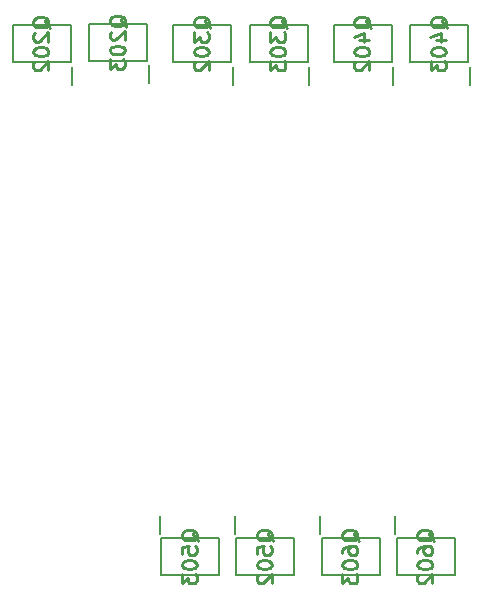
<source format=gbr>
%TF.GenerationSoftware,KiCad,Pcbnew,7.0.11*%
%TF.CreationDate,2025-11-07T14:33:39+09:00*%
%TF.ProjectId,motorDrive,6d6f746f-7244-4726-9976-652e6b696361,rev?*%
%TF.SameCoordinates,Original*%
%TF.FileFunction,Legend,Bot*%
%TF.FilePolarity,Positive*%
%FSLAX46Y46*%
G04 Gerber Fmt 4.6, Leading zero omitted, Abs format (unit mm)*
G04 Created by KiCad (PCBNEW 7.0.11) date 2025-11-07 14:33:39*
%MOMM*%
%LPD*%
G01*
G04 APERTURE LIST*
%ADD10C,0.254000*%
%ADD11C,0.200000*%
G04 APERTURE END LIST*
D10*
X130743270Y-95951523D02*
X130682794Y-95830571D01*
X130682794Y-95830571D02*
X130561842Y-95709618D01*
X130561842Y-95709618D02*
X130380413Y-95528190D01*
X130380413Y-95528190D02*
X130319937Y-95407237D01*
X130319937Y-95407237D02*
X130319937Y-95286285D01*
X130622318Y-95346761D02*
X130561842Y-95225809D01*
X130561842Y-95225809D02*
X130440889Y-95104856D01*
X130440889Y-95104856D02*
X130198984Y-95044380D01*
X130198984Y-95044380D02*
X129775651Y-95044380D01*
X129775651Y-95044380D02*
X129533746Y-95104856D01*
X129533746Y-95104856D02*
X129412794Y-95225809D01*
X129412794Y-95225809D02*
X129352318Y-95346761D01*
X129352318Y-95346761D02*
X129352318Y-95588666D01*
X129352318Y-95588666D02*
X129412794Y-95709618D01*
X129412794Y-95709618D02*
X129533746Y-95830571D01*
X129533746Y-95830571D02*
X129775651Y-95891047D01*
X129775651Y-95891047D02*
X130198984Y-95891047D01*
X130198984Y-95891047D02*
X130440889Y-95830571D01*
X130440889Y-95830571D02*
X130561842Y-95709618D01*
X130561842Y-95709618D02*
X130622318Y-95588666D01*
X130622318Y-95588666D02*
X130622318Y-95346761D01*
X129352318Y-97040094D02*
X129352318Y-96435332D01*
X129352318Y-96435332D02*
X129957080Y-96374856D01*
X129957080Y-96374856D02*
X129896603Y-96435332D01*
X129896603Y-96435332D02*
X129836127Y-96556285D01*
X129836127Y-96556285D02*
X129836127Y-96858666D01*
X129836127Y-96858666D02*
X129896603Y-96979618D01*
X129896603Y-96979618D02*
X129957080Y-97040094D01*
X129957080Y-97040094D02*
X130078032Y-97100571D01*
X130078032Y-97100571D02*
X130380413Y-97100571D01*
X130380413Y-97100571D02*
X130501365Y-97040094D01*
X130501365Y-97040094D02*
X130561842Y-96979618D01*
X130561842Y-96979618D02*
X130622318Y-96858666D01*
X130622318Y-96858666D02*
X130622318Y-96556285D01*
X130622318Y-96556285D02*
X130561842Y-96435332D01*
X130561842Y-96435332D02*
X130501365Y-96374856D01*
X129352318Y-97886761D02*
X129352318Y-98007714D01*
X129352318Y-98007714D02*
X129412794Y-98128666D01*
X129412794Y-98128666D02*
X129473270Y-98189142D01*
X129473270Y-98189142D02*
X129594222Y-98249618D01*
X129594222Y-98249618D02*
X129836127Y-98310095D01*
X129836127Y-98310095D02*
X130138508Y-98310095D01*
X130138508Y-98310095D02*
X130380413Y-98249618D01*
X130380413Y-98249618D02*
X130501365Y-98189142D01*
X130501365Y-98189142D02*
X130561842Y-98128666D01*
X130561842Y-98128666D02*
X130622318Y-98007714D01*
X130622318Y-98007714D02*
X130622318Y-97886761D01*
X130622318Y-97886761D02*
X130561842Y-97765809D01*
X130561842Y-97765809D02*
X130501365Y-97705333D01*
X130501365Y-97705333D02*
X130380413Y-97644856D01*
X130380413Y-97644856D02*
X130138508Y-97584380D01*
X130138508Y-97584380D02*
X129836127Y-97584380D01*
X129836127Y-97584380D02*
X129594222Y-97644856D01*
X129594222Y-97644856D02*
X129473270Y-97705333D01*
X129473270Y-97705333D02*
X129412794Y-97765809D01*
X129412794Y-97765809D02*
X129352318Y-97886761D01*
X129352318Y-98733428D02*
X129352318Y-99519619D01*
X129352318Y-99519619D02*
X129836127Y-99096285D01*
X129836127Y-99096285D02*
X129836127Y-99277714D01*
X129836127Y-99277714D02*
X129896603Y-99398666D01*
X129896603Y-99398666D02*
X129957080Y-99459142D01*
X129957080Y-99459142D02*
X130078032Y-99519619D01*
X130078032Y-99519619D02*
X130380413Y-99519619D01*
X130380413Y-99519619D02*
X130501365Y-99459142D01*
X130501365Y-99459142D02*
X130561842Y-99398666D01*
X130561842Y-99398666D02*
X130622318Y-99277714D01*
X130622318Y-99277714D02*
X130622318Y-98914857D01*
X130622318Y-98914857D02*
X130561842Y-98793904D01*
X130561842Y-98793904D02*
X130501365Y-98733428D01*
X124647270Y-52390523D02*
X124586794Y-52269571D01*
X124586794Y-52269571D02*
X124465842Y-52148618D01*
X124465842Y-52148618D02*
X124284413Y-51967190D01*
X124284413Y-51967190D02*
X124223937Y-51846237D01*
X124223937Y-51846237D02*
X124223937Y-51725285D01*
X124526318Y-51785761D02*
X124465842Y-51664809D01*
X124465842Y-51664809D02*
X124344889Y-51543856D01*
X124344889Y-51543856D02*
X124102984Y-51483380D01*
X124102984Y-51483380D02*
X123679651Y-51483380D01*
X123679651Y-51483380D02*
X123437746Y-51543856D01*
X123437746Y-51543856D02*
X123316794Y-51664809D01*
X123316794Y-51664809D02*
X123256318Y-51785761D01*
X123256318Y-51785761D02*
X123256318Y-52027666D01*
X123256318Y-52027666D02*
X123316794Y-52148618D01*
X123316794Y-52148618D02*
X123437746Y-52269571D01*
X123437746Y-52269571D02*
X123679651Y-52330047D01*
X123679651Y-52330047D02*
X124102984Y-52330047D01*
X124102984Y-52330047D02*
X124344889Y-52269571D01*
X124344889Y-52269571D02*
X124465842Y-52148618D01*
X124465842Y-52148618D02*
X124526318Y-52027666D01*
X124526318Y-52027666D02*
X124526318Y-51785761D01*
X123377270Y-52813856D02*
X123316794Y-52874332D01*
X123316794Y-52874332D02*
X123256318Y-52995285D01*
X123256318Y-52995285D02*
X123256318Y-53297666D01*
X123256318Y-53297666D02*
X123316794Y-53418618D01*
X123316794Y-53418618D02*
X123377270Y-53479094D01*
X123377270Y-53479094D02*
X123498222Y-53539571D01*
X123498222Y-53539571D02*
X123619175Y-53539571D01*
X123619175Y-53539571D02*
X123800603Y-53479094D01*
X123800603Y-53479094D02*
X124526318Y-52753380D01*
X124526318Y-52753380D02*
X124526318Y-53539571D01*
X123256318Y-54325761D02*
X123256318Y-54446714D01*
X123256318Y-54446714D02*
X123316794Y-54567666D01*
X123316794Y-54567666D02*
X123377270Y-54628142D01*
X123377270Y-54628142D02*
X123498222Y-54688618D01*
X123498222Y-54688618D02*
X123740127Y-54749095D01*
X123740127Y-54749095D02*
X124042508Y-54749095D01*
X124042508Y-54749095D02*
X124284413Y-54688618D01*
X124284413Y-54688618D02*
X124405365Y-54628142D01*
X124405365Y-54628142D02*
X124465842Y-54567666D01*
X124465842Y-54567666D02*
X124526318Y-54446714D01*
X124526318Y-54446714D02*
X124526318Y-54325761D01*
X124526318Y-54325761D02*
X124465842Y-54204809D01*
X124465842Y-54204809D02*
X124405365Y-54144333D01*
X124405365Y-54144333D02*
X124284413Y-54083856D01*
X124284413Y-54083856D02*
X124042508Y-54023380D01*
X124042508Y-54023380D02*
X123740127Y-54023380D01*
X123740127Y-54023380D02*
X123498222Y-54083856D01*
X123498222Y-54083856D02*
X123377270Y-54144333D01*
X123377270Y-54144333D02*
X123316794Y-54204809D01*
X123316794Y-54204809D02*
X123256318Y-54325761D01*
X123256318Y-55172428D02*
X123256318Y-55958619D01*
X123256318Y-55958619D02*
X123740127Y-55535285D01*
X123740127Y-55535285D02*
X123740127Y-55716714D01*
X123740127Y-55716714D02*
X123800603Y-55837666D01*
X123800603Y-55837666D02*
X123861080Y-55898142D01*
X123861080Y-55898142D02*
X123982032Y-55958619D01*
X123982032Y-55958619D02*
X124284413Y-55958619D01*
X124284413Y-55958619D02*
X124405365Y-55898142D01*
X124405365Y-55898142D02*
X124465842Y-55837666D01*
X124465842Y-55837666D02*
X124526318Y-55716714D01*
X124526318Y-55716714D02*
X124526318Y-55353857D01*
X124526318Y-55353857D02*
X124465842Y-55232904D01*
X124465842Y-55232904D02*
X124405365Y-55172428D01*
X138236270Y-52517523D02*
X138175794Y-52396571D01*
X138175794Y-52396571D02*
X138054842Y-52275618D01*
X138054842Y-52275618D02*
X137873413Y-52094190D01*
X137873413Y-52094190D02*
X137812937Y-51973237D01*
X137812937Y-51973237D02*
X137812937Y-51852285D01*
X138115318Y-51912761D02*
X138054842Y-51791809D01*
X138054842Y-51791809D02*
X137933889Y-51670856D01*
X137933889Y-51670856D02*
X137691984Y-51610380D01*
X137691984Y-51610380D02*
X137268651Y-51610380D01*
X137268651Y-51610380D02*
X137026746Y-51670856D01*
X137026746Y-51670856D02*
X136905794Y-51791809D01*
X136905794Y-51791809D02*
X136845318Y-51912761D01*
X136845318Y-51912761D02*
X136845318Y-52154666D01*
X136845318Y-52154666D02*
X136905794Y-52275618D01*
X136905794Y-52275618D02*
X137026746Y-52396571D01*
X137026746Y-52396571D02*
X137268651Y-52457047D01*
X137268651Y-52457047D02*
X137691984Y-52457047D01*
X137691984Y-52457047D02*
X137933889Y-52396571D01*
X137933889Y-52396571D02*
X138054842Y-52275618D01*
X138054842Y-52275618D02*
X138115318Y-52154666D01*
X138115318Y-52154666D02*
X138115318Y-51912761D01*
X136845318Y-52880380D02*
X136845318Y-53666571D01*
X136845318Y-53666571D02*
X137329127Y-53243237D01*
X137329127Y-53243237D02*
X137329127Y-53424666D01*
X137329127Y-53424666D02*
X137389603Y-53545618D01*
X137389603Y-53545618D02*
X137450080Y-53606094D01*
X137450080Y-53606094D02*
X137571032Y-53666571D01*
X137571032Y-53666571D02*
X137873413Y-53666571D01*
X137873413Y-53666571D02*
X137994365Y-53606094D01*
X137994365Y-53606094D02*
X138054842Y-53545618D01*
X138054842Y-53545618D02*
X138115318Y-53424666D01*
X138115318Y-53424666D02*
X138115318Y-53061809D01*
X138115318Y-53061809D02*
X138054842Y-52940856D01*
X138054842Y-52940856D02*
X137994365Y-52880380D01*
X136845318Y-54452761D02*
X136845318Y-54573714D01*
X136845318Y-54573714D02*
X136905794Y-54694666D01*
X136905794Y-54694666D02*
X136966270Y-54755142D01*
X136966270Y-54755142D02*
X137087222Y-54815618D01*
X137087222Y-54815618D02*
X137329127Y-54876095D01*
X137329127Y-54876095D02*
X137631508Y-54876095D01*
X137631508Y-54876095D02*
X137873413Y-54815618D01*
X137873413Y-54815618D02*
X137994365Y-54755142D01*
X137994365Y-54755142D02*
X138054842Y-54694666D01*
X138054842Y-54694666D02*
X138115318Y-54573714D01*
X138115318Y-54573714D02*
X138115318Y-54452761D01*
X138115318Y-54452761D02*
X138054842Y-54331809D01*
X138054842Y-54331809D02*
X137994365Y-54271333D01*
X137994365Y-54271333D02*
X137873413Y-54210856D01*
X137873413Y-54210856D02*
X137631508Y-54150380D01*
X137631508Y-54150380D02*
X137329127Y-54150380D01*
X137329127Y-54150380D02*
X137087222Y-54210856D01*
X137087222Y-54210856D02*
X136966270Y-54271333D01*
X136966270Y-54271333D02*
X136905794Y-54331809D01*
X136905794Y-54331809D02*
X136845318Y-54452761D01*
X136845318Y-55299428D02*
X136845318Y-56085619D01*
X136845318Y-56085619D02*
X137329127Y-55662285D01*
X137329127Y-55662285D02*
X137329127Y-55843714D01*
X137329127Y-55843714D02*
X137389603Y-55964666D01*
X137389603Y-55964666D02*
X137450080Y-56025142D01*
X137450080Y-56025142D02*
X137571032Y-56085619D01*
X137571032Y-56085619D02*
X137873413Y-56085619D01*
X137873413Y-56085619D02*
X137994365Y-56025142D01*
X137994365Y-56025142D02*
X138054842Y-55964666D01*
X138054842Y-55964666D02*
X138115318Y-55843714D01*
X138115318Y-55843714D02*
X138115318Y-55480857D01*
X138115318Y-55480857D02*
X138054842Y-55359904D01*
X138054842Y-55359904D02*
X137994365Y-55299428D01*
X131759270Y-52517523D02*
X131698794Y-52396571D01*
X131698794Y-52396571D02*
X131577842Y-52275618D01*
X131577842Y-52275618D02*
X131396413Y-52094190D01*
X131396413Y-52094190D02*
X131335937Y-51973237D01*
X131335937Y-51973237D02*
X131335937Y-51852285D01*
X131638318Y-51912761D02*
X131577842Y-51791809D01*
X131577842Y-51791809D02*
X131456889Y-51670856D01*
X131456889Y-51670856D02*
X131214984Y-51610380D01*
X131214984Y-51610380D02*
X130791651Y-51610380D01*
X130791651Y-51610380D02*
X130549746Y-51670856D01*
X130549746Y-51670856D02*
X130428794Y-51791809D01*
X130428794Y-51791809D02*
X130368318Y-51912761D01*
X130368318Y-51912761D02*
X130368318Y-52154666D01*
X130368318Y-52154666D02*
X130428794Y-52275618D01*
X130428794Y-52275618D02*
X130549746Y-52396571D01*
X130549746Y-52396571D02*
X130791651Y-52457047D01*
X130791651Y-52457047D02*
X131214984Y-52457047D01*
X131214984Y-52457047D02*
X131456889Y-52396571D01*
X131456889Y-52396571D02*
X131577842Y-52275618D01*
X131577842Y-52275618D02*
X131638318Y-52154666D01*
X131638318Y-52154666D02*
X131638318Y-51912761D01*
X130368318Y-52880380D02*
X130368318Y-53666571D01*
X130368318Y-53666571D02*
X130852127Y-53243237D01*
X130852127Y-53243237D02*
X130852127Y-53424666D01*
X130852127Y-53424666D02*
X130912603Y-53545618D01*
X130912603Y-53545618D02*
X130973080Y-53606094D01*
X130973080Y-53606094D02*
X131094032Y-53666571D01*
X131094032Y-53666571D02*
X131396413Y-53666571D01*
X131396413Y-53666571D02*
X131517365Y-53606094D01*
X131517365Y-53606094D02*
X131577842Y-53545618D01*
X131577842Y-53545618D02*
X131638318Y-53424666D01*
X131638318Y-53424666D02*
X131638318Y-53061809D01*
X131638318Y-53061809D02*
X131577842Y-52940856D01*
X131577842Y-52940856D02*
X131517365Y-52880380D01*
X130368318Y-54452761D02*
X130368318Y-54573714D01*
X130368318Y-54573714D02*
X130428794Y-54694666D01*
X130428794Y-54694666D02*
X130489270Y-54755142D01*
X130489270Y-54755142D02*
X130610222Y-54815618D01*
X130610222Y-54815618D02*
X130852127Y-54876095D01*
X130852127Y-54876095D02*
X131154508Y-54876095D01*
X131154508Y-54876095D02*
X131396413Y-54815618D01*
X131396413Y-54815618D02*
X131517365Y-54755142D01*
X131517365Y-54755142D02*
X131577842Y-54694666D01*
X131577842Y-54694666D02*
X131638318Y-54573714D01*
X131638318Y-54573714D02*
X131638318Y-54452761D01*
X131638318Y-54452761D02*
X131577842Y-54331809D01*
X131577842Y-54331809D02*
X131517365Y-54271333D01*
X131517365Y-54271333D02*
X131396413Y-54210856D01*
X131396413Y-54210856D02*
X131154508Y-54150380D01*
X131154508Y-54150380D02*
X130852127Y-54150380D01*
X130852127Y-54150380D02*
X130610222Y-54210856D01*
X130610222Y-54210856D02*
X130489270Y-54271333D01*
X130489270Y-54271333D02*
X130428794Y-54331809D01*
X130428794Y-54331809D02*
X130368318Y-54452761D01*
X130489270Y-55359904D02*
X130428794Y-55420380D01*
X130428794Y-55420380D02*
X130368318Y-55541333D01*
X130368318Y-55541333D02*
X130368318Y-55843714D01*
X130368318Y-55843714D02*
X130428794Y-55964666D01*
X130428794Y-55964666D02*
X130489270Y-56025142D01*
X130489270Y-56025142D02*
X130610222Y-56085619D01*
X130610222Y-56085619D02*
X130731175Y-56085619D01*
X130731175Y-56085619D02*
X130912603Y-56025142D01*
X130912603Y-56025142D02*
X131638318Y-55299428D01*
X131638318Y-55299428D02*
X131638318Y-56085619D01*
X118170270Y-52517523D02*
X118109794Y-52396571D01*
X118109794Y-52396571D02*
X117988842Y-52275618D01*
X117988842Y-52275618D02*
X117807413Y-52094190D01*
X117807413Y-52094190D02*
X117746937Y-51973237D01*
X117746937Y-51973237D02*
X117746937Y-51852285D01*
X118049318Y-51912761D02*
X117988842Y-51791809D01*
X117988842Y-51791809D02*
X117867889Y-51670856D01*
X117867889Y-51670856D02*
X117625984Y-51610380D01*
X117625984Y-51610380D02*
X117202651Y-51610380D01*
X117202651Y-51610380D02*
X116960746Y-51670856D01*
X116960746Y-51670856D02*
X116839794Y-51791809D01*
X116839794Y-51791809D02*
X116779318Y-51912761D01*
X116779318Y-51912761D02*
X116779318Y-52154666D01*
X116779318Y-52154666D02*
X116839794Y-52275618D01*
X116839794Y-52275618D02*
X116960746Y-52396571D01*
X116960746Y-52396571D02*
X117202651Y-52457047D01*
X117202651Y-52457047D02*
X117625984Y-52457047D01*
X117625984Y-52457047D02*
X117867889Y-52396571D01*
X117867889Y-52396571D02*
X117988842Y-52275618D01*
X117988842Y-52275618D02*
X118049318Y-52154666D01*
X118049318Y-52154666D02*
X118049318Y-51912761D01*
X116900270Y-52940856D02*
X116839794Y-53001332D01*
X116839794Y-53001332D02*
X116779318Y-53122285D01*
X116779318Y-53122285D02*
X116779318Y-53424666D01*
X116779318Y-53424666D02*
X116839794Y-53545618D01*
X116839794Y-53545618D02*
X116900270Y-53606094D01*
X116900270Y-53606094D02*
X117021222Y-53666571D01*
X117021222Y-53666571D02*
X117142175Y-53666571D01*
X117142175Y-53666571D02*
X117323603Y-53606094D01*
X117323603Y-53606094D02*
X118049318Y-52880380D01*
X118049318Y-52880380D02*
X118049318Y-53666571D01*
X116779318Y-54452761D02*
X116779318Y-54573714D01*
X116779318Y-54573714D02*
X116839794Y-54694666D01*
X116839794Y-54694666D02*
X116900270Y-54755142D01*
X116900270Y-54755142D02*
X117021222Y-54815618D01*
X117021222Y-54815618D02*
X117263127Y-54876095D01*
X117263127Y-54876095D02*
X117565508Y-54876095D01*
X117565508Y-54876095D02*
X117807413Y-54815618D01*
X117807413Y-54815618D02*
X117928365Y-54755142D01*
X117928365Y-54755142D02*
X117988842Y-54694666D01*
X117988842Y-54694666D02*
X118049318Y-54573714D01*
X118049318Y-54573714D02*
X118049318Y-54452761D01*
X118049318Y-54452761D02*
X117988842Y-54331809D01*
X117988842Y-54331809D02*
X117928365Y-54271333D01*
X117928365Y-54271333D02*
X117807413Y-54210856D01*
X117807413Y-54210856D02*
X117565508Y-54150380D01*
X117565508Y-54150380D02*
X117263127Y-54150380D01*
X117263127Y-54150380D02*
X117021222Y-54210856D01*
X117021222Y-54210856D02*
X116900270Y-54271333D01*
X116900270Y-54271333D02*
X116839794Y-54331809D01*
X116839794Y-54331809D02*
X116779318Y-54452761D01*
X116900270Y-55359904D02*
X116839794Y-55420380D01*
X116839794Y-55420380D02*
X116779318Y-55541333D01*
X116779318Y-55541333D02*
X116779318Y-55843714D01*
X116779318Y-55843714D02*
X116839794Y-55964666D01*
X116839794Y-55964666D02*
X116900270Y-56025142D01*
X116900270Y-56025142D02*
X117021222Y-56085619D01*
X117021222Y-56085619D02*
X117142175Y-56085619D01*
X117142175Y-56085619D02*
X117323603Y-56025142D01*
X117323603Y-56025142D02*
X118049318Y-55299428D01*
X118049318Y-55299428D02*
X118049318Y-56085619D01*
X145348270Y-52517523D02*
X145287794Y-52396571D01*
X145287794Y-52396571D02*
X145166842Y-52275618D01*
X145166842Y-52275618D02*
X144985413Y-52094190D01*
X144985413Y-52094190D02*
X144924937Y-51973237D01*
X144924937Y-51973237D02*
X144924937Y-51852285D01*
X145227318Y-51912761D02*
X145166842Y-51791809D01*
X145166842Y-51791809D02*
X145045889Y-51670856D01*
X145045889Y-51670856D02*
X144803984Y-51610380D01*
X144803984Y-51610380D02*
X144380651Y-51610380D01*
X144380651Y-51610380D02*
X144138746Y-51670856D01*
X144138746Y-51670856D02*
X144017794Y-51791809D01*
X144017794Y-51791809D02*
X143957318Y-51912761D01*
X143957318Y-51912761D02*
X143957318Y-52154666D01*
X143957318Y-52154666D02*
X144017794Y-52275618D01*
X144017794Y-52275618D02*
X144138746Y-52396571D01*
X144138746Y-52396571D02*
X144380651Y-52457047D01*
X144380651Y-52457047D02*
X144803984Y-52457047D01*
X144803984Y-52457047D02*
X145045889Y-52396571D01*
X145045889Y-52396571D02*
X145166842Y-52275618D01*
X145166842Y-52275618D02*
X145227318Y-52154666D01*
X145227318Y-52154666D02*
X145227318Y-51912761D01*
X144380651Y-53545618D02*
X145227318Y-53545618D01*
X143896842Y-53243237D02*
X144803984Y-52940856D01*
X144803984Y-52940856D02*
X144803984Y-53727047D01*
X143957318Y-54452761D02*
X143957318Y-54573714D01*
X143957318Y-54573714D02*
X144017794Y-54694666D01*
X144017794Y-54694666D02*
X144078270Y-54755142D01*
X144078270Y-54755142D02*
X144199222Y-54815618D01*
X144199222Y-54815618D02*
X144441127Y-54876095D01*
X144441127Y-54876095D02*
X144743508Y-54876095D01*
X144743508Y-54876095D02*
X144985413Y-54815618D01*
X144985413Y-54815618D02*
X145106365Y-54755142D01*
X145106365Y-54755142D02*
X145166842Y-54694666D01*
X145166842Y-54694666D02*
X145227318Y-54573714D01*
X145227318Y-54573714D02*
X145227318Y-54452761D01*
X145227318Y-54452761D02*
X145166842Y-54331809D01*
X145166842Y-54331809D02*
X145106365Y-54271333D01*
X145106365Y-54271333D02*
X144985413Y-54210856D01*
X144985413Y-54210856D02*
X144743508Y-54150380D01*
X144743508Y-54150380D02*
X144441127Y-54150380D01*
X144441127Y-54150380D02*
X144199222Y-54210856D01*
X144199222Y-54210856D02*
X144078270Y-54271333D01*
X144078270Y-54271333D02*
X144017794Y-54331809D01*
X144017794Y-54331809D02*
X143957318Y-54452761D01*
X144078270Y-55359904D02*
X144017794Y-55420380D01*
X144017794Y-55420380D02*
X143957318Y-55541333D01*
X143957318Y-55541333D02*
X143957318Y-55843714D01*
X143957318Y-55843714D02*
X144017794Y-55964666D01*
X144017794Y-55964666D02*
X144078270Y-56025142D01*
X144078270Y-56025142D02*
X144199222Y-56085619D01*
X144199222Y-56085619D02*
X144320175Y-56085619D01*
X144320175Y-56085619D02*
X144501603Y-56025142D01*
X144501603Y-56025142D02*
X145227318Y-55299428D01*
X145227318Y-55299428D02*
X145227318Y-56085619D01*
X144332270Y-95951523D02*
X144271794Y-95830571D01*
X144271794Y-95830571D02*
X144150842Y-95709618D01*
X144150842Y-95709618D02*
X143969413Y-95528190D01*
X143969413Y-95528190D02*
X143908937Y-95407237D01*
X143908937Y-95407237D02*
X143908937Y-95286285D01*
X144211318Y-95346761D02*
X144150842Y-95225809D01*
X144150842Y-95225809D02*
X144029889Y-95104856D01*
X144029889Y-95104856D02*
X143787984Y-95044380D01*
X143787984Y-95044380D02*
X143364651Y-95044380D01*
X143364651Y-95044380D02*
X143122746Y-95104856D01*
X143122746Y-95104856D02*
X143001794Y-95225809D01*
X143001794Y-95225809D02*
X142941318Y-95346761D01*
X142941318Y-95346761D02*
X142941318Y-95588666D01*
X142941318Y-95588666D02*
X143001794Y-95709618D01*
X143001794Y-95709618D02*
X143122746Y-95830571D01*
X143122746Y-95830571D02*
X143364651Y-95891047D01*
X143364651Y-95891047D02*
X143787984Y-95891047D01*
X143787984Y-95891047D02*
X144029889Y-95830571D01*
X144029889Y-95830571D02*
X144150842Y-95709618D01*
X144150842Y-95709618D02*
X144211318Y-95588666D01*
X144211318Y-95588666D02*
X144211318Y-95346761D01*
X142941318Y-96979618D02*
X142941318Y-96737713D01*
X142941318Y-96737713D02*
X143001794Y-96616761D01*
X143001794Y-96616761D02*
X143062270Y-96556285D01*
X143062270Y-96556285D02*
X143243699Y-96435332D01*
X143243699Y-96435332D02*
X143485603Y-96374856D01*
X143485603Y-96374856D02*
X143969413Y-96374856D01*
X143969413Y-96374856D02*
X144090365Y-96435332D01*
X144090365Y-96435332D02*
X144150842Y-96495809D01*
X144150842Y-96495809D02*
X144211318Y-96616761D01*
X144211318Y-96616761D02*
X144211318Y-96858666D01*
X144211318Y-96858666D02*
X144150842Y-96979618D01*
X144150842Y-96979618D02*
X144090365Y-97040094D01*
X144090365Y-97040094D02*
X143969413Y-97100571D01*
X143969413Y-97100571D02*
X143667032Y-97100571D01*
X143667032Y-97100571D02*
X143546080Y-97040094D01*
X143546080Y-97040094D02*
X143485603Y-96979618D01*
X143485603Y-96979618D02*
X143425127Y-96858666D01*
X143425127Y-96858666D02*
X143425127Y-96616761D01*
X143425127Y-96616761D02*
X143485603Y-96495809D01*
X143485603Y-96495809D02*
X143546080Y-96435332D01*
X143546080Y-96435332D02*
X143667032Y-96374856D01*
X142941318Y-97886761D02*
X142941318Y-98007714D01*
X142941318Y-98007714D02*
X143001794Y-98128666D01*
X143001794Y-98128666D02*
X143062270Y-98189142D01*
X143062270Y-98189142D02*
X143183222Y-98249618D01*
X143183222Y-98249618D02*
X143425127Y-98310095D01*
X143425127Y-98310095D02*
X143727508Y-98310095D01*
X143727508Y-98310095D02*
X143969413Y-98249618D01*
X143969413Y-98249618D02*
X144090365Y-98189142D01*
X144090365Y-98189142D02*
X144150842Y-98128666D01*
X144150842Y-98128666D02*
X144211318Y-98007714D01*
X144211318Y-98007714D02*
X144211318Y-97886761D01*
X144211318Y-97886761D02*
X144150842Y-97765809D01*
X144150842Y-97765809D02*
X144090365Y-97705333D01*
X144090365Y-97705333D02*
X143969413Y-97644856D01*
X143969413Y-97644856D02*
X143727508Y-97584380D01*
X143727508Y-97584380D02*
X143425127Y-97584380D01*
X143425127Y-97584380D02*
X143183222Y-97644856D01*
X143183222Y-97644856D02*
X143062270Y-97705333D01*
X143062270Y-97705333D02*
X143001794Y-97765809D01*
X143001794Y-97765809D02*
X142941318Y-97886761D01*
X142941318Y-98733428D02*
X142941318Y-99519619D01*
X142941318Y-99519619D02*
X143425127Y-99096285D01*
X143425127Y-99096285D02*
X143425127Y-99277714D01*
X143425127Y-99277714D02*
X143485603Y-99398666D01*
X143485603Y-99398666D02*
X143546080Y-99459142D01*
X143546080Y-99459142D02*
X143667032Y-99519619D01*
X143667032Y-99519619D02*
X143969413Y-99519619D01*
X143969413Y-99519619D02*
X144090365Y-99459142D01*
X144090365Y-99459142D02*
X144150842Y-99398666D01*
X144150842Y-99398666D02*
X144211318Y-99277714D01*
X144211318Y-99277714D02*
X144211318Y-98914857D01*
X144211318Y-98914857D02*
X144150842Y-98793904D01*
X144150842Y-98793904D02*
X144090365Y-98733428D01*
X150682270Y-95951523D02*
X150621794Y-95830571D01*
X150621794Y-95830571D02*
X150500842Y-95709618D01*
X150500842Y-95709618D02*
X150319413Y-95528190D01*
X150319413Y-95528190D02*
X150258937Y-95407237D01*
X150258937Y-95407237D02*
X150258937Y-95286285D01*
X150561318Y-95346761D02*
X150500842Y-95225809D01*
X150500842Y-95225809D02*
X150379889Y-95104856D01*
X150379889Y-95104856D02*
X150137984Y-95044380D01*
X150137984Y-95044380D02*
X149714651Y-95044380D01*
X149714651Y-95044380D02*
X149472746Y-95104856D01*
X149472746Y-95104856D02*
X149351794Y-95225809D01*
X149351794Y-95225809D02*
X149291318Y-95346761D01*
X149291318Y-95346761D02*
X149291318Y-95588666D01*
X149291318Y-95588666D02*
X149351794Y-95709618D01*
X149351794Y-95709618D02*
X149472746Y-95830571D01*
X149472746Y-95830571D02*
X149714651Y-95891047D01*
X149714651Y-95891047D02*
X150137984Y-95891047D01*
X150137984Y-95891047D02*
X150379889Y-95830571D01*
X150379889Y-95830571D02*
X150500842Y-95709618D01*
X150500842Y-95709618D02*
X150561318Y-95588666D01*
X150561318Y-95588666D02*
X150561318Y-95346761D01*
X149291318Y-96979618D02*
X149291318Y-96737713D01*
X149291318Y-96737713D02*
X149351794Y-96616761D01*
X149351794Y-96616761D02*
X149412270Y-96556285D01*
X149412270Y-96556285D02*
X149593699Y-96435332D01*
X149593699Y-96435332D02*
X149835603Y-96374856D01*
X149835603Y-96374856D02*
X150319413Y-96374856D01*
X150319413Y-96374856D02*
X150440365Y-96435332D01*
X150440365Y-96435332D02*
X150500842Y-96495809D01*
X150500842Y-96495809D02*
X150561318Y-96616761D01*
X150561318Y-96616761D02*
X150561318Y-96858666D01*
X150561318Y-96858666D02*
X150500842Y-96979618D01*
X150500842Y-96979618D02*
X150440365Y-97040094D01*
X150440365Y-97040094D02*
X150319413Y-97100571D01*
X150319413Y-97100571D02*
X150017032Y-97100571D01*
X150017032Y-97100571D02*
X149896080Y-97040094D01*
X149896080Y-97040094D02*
X149835603Y-96979618D01*
X149835603Y-96979618D02*
X149775127Y-96858666D01*
X149775127Y-96858666D02*
X149775127Y-96616761D01*
X149775127Y-96616761D02*
X149835603Y-96495809D01*
X149835603Y-96495809D02*
X149896080Y-96435332D01*
X149896080Y-96435332D02*
X150017032Y-96374856D01*
X149291318Y-97886761D02*
X149291318Y-98007714D01*
X149291318Y-98007714D02*
X149351794Y-98128666D01*
X149351794Y-98128666D02*
X149412270Y-98189142D01*
X149412270Y-98189142D02*
X149533222Y-98249618D01*
X149533222Y-98249618D02*
X149775127Y-98310095D01*
X149775127Y-98310095D02*
X150077508Y-98310095D01*
X150077508Y-98310095D02*
X150319413Y-98249618D01*
X150319413Y-98249618D02*
X150440365Y-98189142D01*
X150440365Y-98189142D02*
X150500842Y-98128666D01*
X150500842Y-98128666D02*
X150561318Y-98007714D01*
X150561318Y-98007714D02*
X150561318Y-97886761D01*
X150561318Y-97886761D02*
X150500842Y-97765809D01*
X150500842Y-97765809D02*
X150440365Y-97705333D01*
X150440365Y-97705333D02*
X150319413Y-97644856D01*
X150319413Y-97644856D02*
X150077508Y-97584380D01*
X150077508Y-97584380D02*
X149775127Y-97584380D01*
X149775127Y-97584380D02*
X149533222Y-97644856D01*
X149533222Y-97644856D02*
X149412270Y-97705333D01*
X149412270Y-97705333D02*
X149351794Y-97765809D01*
X149351794Y-97765809D02*
X149291318Y-97886761D01*
X149412270Y-98793904D02*
X149351794Y-98854380D01*
X149351794Y-98854380D02*
X149291318Y-98975333D01*
X149291318Y-98975333D02*
X149291318Y-99277714D01*
X149291318Y-99277714D02*
X149351794Y-99398666D01*
X149351794Y-99398666D02*
X149412270Y-99459142D01*
X149412270Y-99459142D02*
X149533222Y-99519619D01*
X149533222Y-99519619D02*
X149654175Y-99519619D01*
X149654175Y-99519619D02*
X149835603Y-99459142D01*
X149835603Y-99459142D02*
X150561318Y-98733428D01*
X150561318Y-98733428D02*
X150561318Y-99519619D01*
X151825270Y-52517523D02*
X151764794Y-52396571D01*
X151764794Y-52396571D02*
X151643842Y-52275618D01*
X151643842Y-52275618D02*
X151462413Y-52094190D01*
X151462413Y-52094190D02*
X151401937Y-51973237D01*
X151401937Y-51973237D02*
X151401937Y-51852285D01*
X151704318Y-51912761D02*
X151643842Y-51791809D01*
X151643842Y-51791809D02*
X151522889Y-51670856D01*
X151522889Y-51670856D02*
X151280984Y-51610380D01*
X151280984Y-51610380D02*
X150857651Y-51610380D01*
X150857651Y-51610380D02*
X150615746Y-51670856D01*
X150615746Y-51670856D02*
X150494794Y-51791809D01*
X150494794Y-51791809D02*
X150434318Y-51912761D01*
X150434318Y-51912761D02*
X150434318Y-52154666D01*
X150434318Y-52154666D02*
X150494794Y-52275618D01*
X150494794Y-52275618D02*
X150615746Y-52396571D01*
X150615746Y-52396571D02*
X150857651Y-52457047D01*
X150857651Y-52457047D02*
X151280984Y-52457047D01*
X151280984Y-52457047D02*
X151522889Y-52396571D01*
X151522889Y-52396571D02*
X151643842Y-52275618D01*
X151643842Y-52275618D02*
X151704318Y-52154666D01*
X151704318Y-52154666D02*
X151704318Y-51912761D01*
X150857651Y-53545618D02*
X151704318Y-53545618D01*
X150373842Y-53243237D02*
X151280984Y-52940856D01*
X151280984Y-52940856D02*
X151280984Y-53727047D01*
X150434318Y-54452761D02*
X150434318Y-54573714D01*
X150434318Y-54573714D02*
X150494794Y-54694666D01*
X150494794Y-54694666D02*
X150555270Y-54755142D01*
X150555270Y-54755142D02*
X150676222Y-54815618D01*
X150676222Y-54815618D02*
X150918127Y-54876095D01*
X150918127Y-54876095D02*
X151220508Y-54876095D01*
X151220508Y-54876095D02*
X151462413Y-54815618D01*
X151462413Y-54815618D02*
X151583365Y-54755142D01*
X151583365Y-54755142D02*
X151643842Y-54694666D01*
X151643842Y-54694666D02*
X151704318Y-54573714D01*
X151704318Y-54573714D02*
X151704318Y-54452761D01*
X151704318Y-54452761D02*
X151643842Y-54331809D01*
X151643842Y-54331809D02*
X151583365Y-54271333D01*
X151583365Y-54271333D02*
X151462413Y-54210856D01*
X151462413Y-54210856D02*
X151220508Y-54150380D01*
X151220508Y-54150380D02*
X150918127Y-54150380D01*
X150918127Y-54150380D02*
X150676222Y-54210856D01*
X150676222Y-54210856D02*
X150555270Y-54271333D01*
X150555270Y-54271333D02*
X150494794Y-54331809D01*
X150494794Y-54331809D02*
X150434318Y-54452761D01*
X150434318Y-55299428D02*
X150434318Y-56085619D01*
X150434318Y-56085619D02*
X150918127Y-55662285D01*
X150918127Y-55662285D02*
X150918127Y-55843714D01*
X150918127Y-55843714D02*
X150978603Y-55964666D01*
X150978603Y-55964666D02*
X151039080Y-56025142D01*
X151039080Y-56025142D02*
X151160032Y-56085619D01*
X151160032Y-56085619D02*
X151462413Y-56085619D01*
X151462413Y-56085619D02*
X151583365Y-56025142D01*
X151583365Y-56025142D02*
X151643842Y-55964666D01*
X151643842Y-55964666D02*
X151704318Y-55843714D01*
X151704318Y-55843714D02*
X151704318Y-55480857D01*
X151704318Y-55480857D02*
X151643842Y-55359904D01*
X151643842Y-55359904D02*
X151583365Y-55299428D01*
X137093270Y-95951523D02*
X137032794Y-95830571D01*
X137032794Y-95830571D02*
X136911842Y-95709618D01*
X136911842Y-95709618D02*
X136730413Y-95528190D01*
X136730413Y-95528190D02*
X136669937Y-95407237D01*
X136669937Y-95407237D02*
X136669937Y-95286285D01*
X136972318Y-95346761D02*
X136911842Y-95225809D01*
X136911842Y-95225809D02*
X136790889Y-95104856D01*
X136790889Y-95104856D02*
X136548984Y-95044380D01*
X136548984Y-95044380D02*
X136125651Y-95044380D01*
X136125651Y-95044380D02*
X135883746Y-95104856D01*
X135883746Y-95104856D02*
X135762794Y-95225809D01*
X135762794Y-95225809D02*
X135702318Y-95346761D01*
X135702318Y-95346761D02*
X135702318Y-95588666D01*
X135702318Y-95588666D02*
X135762794Y-95709618D01*
X135762794Y-95709618D02*
X135883746Y-95830571D01*
X135883746Y-95830571D02*
X136125651Y-95891047D01*
X136125651Y-95891047D02*
X136548984Y-95891047D01*
X136548984Y-95891047D02*
X136790889Y-95830571D01*
X136790889Y-95830571D02*
X136911842Y-95709618D01*
X136911842Y-95709618D02*
X136972318Y-95588666D01*
X136972318Y-95588666D02*
X136972318Y-95346761D01*
X135702318Y-97040094D02*
X135702318Y-96435332D01*
X135702318Y-96435332D02*
X136307080Y-96374856D01*
X136307080Y-96374856D02*
X136246603Y-96435332D01*
X136246603Y-96435332D02*
X136186127Y-96556285D01*
X136186127Y-96556285D02*
X136186127Y-96858666D01*
X136186127Y-96858666D02*
X136246603Y-96979618D01*
X136246603Y-96979618D02*
X136307080Y-97040094D01*
X136307080Y-97040094D02*
X136428032Y-97100571D01*
X136428032Y-97100571D02*
X136730413Y-97100571D01*
X136730413Y-97100571D02*
X136851365Y-97040094D01*
X136851365Y-97040094D02*
X136911842Y-96979618D01*
X136911842Y-96979618D02*
X136972318Y-96858666D01*
X136972318Y-96858666D02*
X136972318Y-96556285D01*
X136972318Y-96556285D02*
X136911842Y-96435332D01*
X136911842Y-96435332D02*
X136851365Y-96374856D01*
X135702318Y-97886761D02*
X135702318Y-98007714D01*
X135702318Y-98007714D02*
X135762794Y-98128666D01*
X135762794Y-98128666D02*
X135823270Y-98189142D01*
X135823270Y-98189142D02*
X135944222Y-98249618D01*
X135944222Y-98249618D02*
X136186127Y-98310095D01*
X136186127Y-98310095D02*
X136488508Y-98310095D01*
X136488508Y-98310095D02*
X136730413Y-98249618D01*
X136730413Y-98249618D02*
X136851365Y-98189142D01*
X136851365Y-98189142D02*
X136911842Y-98128666D01*
X136911842Y-98128666D02*
X136972318Y-98007714D01*
X136972318Y-98007714D02*
X136972318Y-97886761D01*
X136972318Y-97886761D02*
X136911842Y-97765809D01*
X136911842Y-97765809D02*
X136851365Y-97705333D01*
X136851365Y-97705333D02*
X136730413Y-97644856D01*
X136730413Y-97644856D02*
X136488508Y-97584380D01*
X136488508Y-97584380D02*
X136186127Y-97584380D01*
X136186127Y-97584380D02*
X135944222Y-97644856D01*
X135944222Y-97644856D02*
X135823270Y-97705333D01*
X135823270Y-97705333D02*
X135762794Y-97765809D01*
X135762794Y-97765809D02*
X135702318Y-97886761D01*
X135823270Y-98793904D02*
X135762794Y-98854380D01*
X135762794Y-98854380D02*
X135702318Y-98975333D01*
X135702318Y-98975333D02*
X135702318Y-99277714D01*
X135702318Y-99277714D02*
X135762794Y-99398666D01*
X135762794Y-99398666D02*
X135823270Y-99459142D01*
X135823270Y-99459142D02*
X135944222Y-99519619D01*
X135944222Y-99519619D02*
X136065175Y-99519619D01*
X136065175Y-99519619D02*
X136246603Y-99459142D01*
X136246603Y-99459142D02*
X136972318Y-98733428D01*
X136972318Y-98733428D02*
X136972318Y-99519619D01*
D11*
%TO.C,Q503*%
X127468000Y-93832000D02*
X127468000Y-95357000D01*
X132498000Y-95707000D02*
X127598000Y-95707000D01*
X127598000Y-95707000D02*
X127598000Y-98857000D01*
X132498000Y-98857000D02*
X132498000Y-95707000D01*
X127598000Y-98857000D02*
X132498000Y-98857000D01*
%TO.C,Q203*%
X126532000Y-57171000D02*
X126532000Y-55646000D01*
X121502000Y-55296000D02*
X126402000Y-55296000D01*
X126402000Y-55296000D02*
X126402000Y-52146000D01*
X121502000Y-52146000D02*
X121502000Y-55296000D01*
X126402000Y-52146000D02*
X121502000Y-52146000D01*
%TO.C,Q303*%
X140121000Y-57298000D02*
X140121000Y-55773000D01*
X135091000Y-55423000D02*
X139991000Y-55423000D01*
X139991000Y-55423000D02*
X139991000Y-52273000D01*
X135091000Y-52273000D02*
X135091000Y-55423000D01*
X139991000Y-52273000D02*
X135091000Y-52273000D01*
%TO.C,Q302*%
X133644000Y-57298000D02*
X133644000Y-55773000D01*
X128614000Y-55423000D02*
X133514000Y-55423000D01*
X133514000Y-55423000D02*
X133514000Y-52273000D01*
X128614000Y-52273000D02*
X128614000Y-55423000D01*
X133514000Y-52273000D02*
X128614000Y-52273000D01*
%TO.C,Q202*%
X120055000Y-57298000D02*
X120055000Y-55773000D01*
X115025000Y-55423000D02*
X119925000Y-55423000D01*
X119925000Y-55423000D02*
X119925000Y-52273000D01*
X115025000Y-52273000D02*
X115025000Y-55423000D01*
X119925000Y-52273000D02*
X115025000Y-52273000D01*
%TO.C,Q402*%
X147233000Y-57298000D02*
X147233000Y-55773000D01*
X142203000Y-55423000D02*
X147103000Y-55423000D01*
X147103000Y-55423000D02*
X147103000Y-52273000D01*
X142203000Y-52273000D02*
X142203000Y-55423000D01*
X147103000Y-52273000D02*
X142203000Y-52273000D01*
%TO.C,Q603*%
X141057000Y-93832000D02*
X141057000Y-95357000D01*
X146087000Y-95707000D02*
X141187000Y-95707000D01*
X141187000Y-95707000D02*
X141187000Y-98857000D01*
X146087000Y-98857000D02*
X146087000Y-95707000D01*
X141187000Y-98857000D02*
X146087000Y-98857000D01*
%TO.C,Q602*%
X147407000Y-93832000D02*
X147407000Y-95357000D01*
X152437000Y-95707000D02*
X147537000Y-95707000D01*
X147537000Y-95707000D02*
X147537000Y-98857000D01*
X152437000Y-98857000D02*
X152437000Y-95707000D01*
X147537000Y-98857000D02*
X152437000Y-98857000D01*
%TO.C,Q403*%
X153710000Y-57298000D02*
X153710000Y-55773000D01*
X148680000Y-55423000D02*
X153580000Y-55423000D01*
X153580000Y-55423000D02*
X153580000Y-52273000D01*
X148680000Y-52273000D02*
X148680000Y-55423000D01*
X153580000Y-52273000D02*
X148680000Y-52273000D01*
%TO.C,Q502*%
X133818000Y-93832000D02*
X133818000Y-95357000D01*
X138848000Y-95707000D02*
X133948000Y-95707000D01*
X133948000Y-95707000D02*
X133948000Y-98857000D01*
X138848000Y-98857000D02*
X138848000Y-95707000D01*
X133948000Y-98857000D02*
X138848000Y-98857000D01*
%TD*%
M02*

</source>
